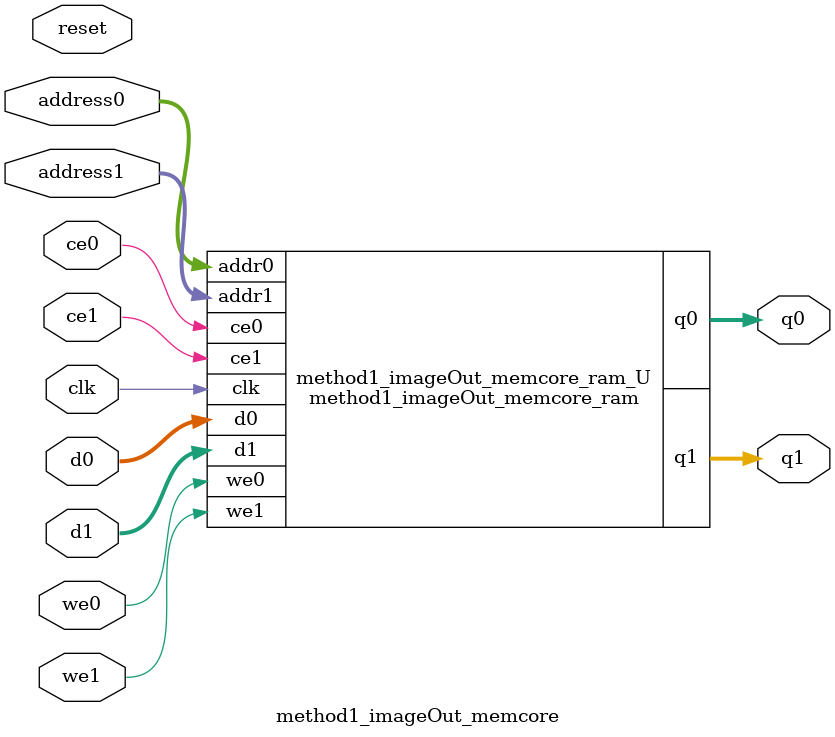
<source format=v>
`timescale 1 ns / 1 ps
module method1_imageOut_memcore_ram (addr0, ce0, d0, we0, q0, addr1, ce1, d1, we1, q1,  clk);

parameter DWIDTH = 8;
parameter AWIDTH = 16;
parameter MEM_SIZE = 46080;

input[AWIDTH-1:0] addr0;
input ce0;
input[DWIDTH-1:0] d0;
input we0;
output reg[DWIDTH-1:0] q0;
input[AWIDTH-1:0] addr1;
input ce1;
input[DWIDTH-1:0] d1;
input we1;
output reg[DWIDTH-1:0] q1;
input clk;

(* ram_style = "block" *)reg [DWIDTH-1:0] ram[0:MEM_SIZE-1];




always @(posedge clk)  
begin 
    if (ce0) begin
        if (we0) 
            ram[addr0] <= d0; 
        q0 <= ram[addr0];
    end
end


always @(posedge clk)  
begin 
    if (ce1) begin
        if (we1) 
            ram[addr1] <= d1; 
        q1 <= ram[addr1];
    end
end


endmodule

`timescale 1 ns / 1 ps
module method1_imageOut_memcore(
    reset,
    clk,
    address0,
    ce0,
    we0,
    d0,
    q0,
    address1,
    ce1,
    we1,
    d1,
    q1);

parameter DataWidth = 32'd8;
parameter AddressRange = 32'd46080;
parameter AddressWidth = 32'd16;
input reset;
input clk;
input[AddressWidth - 1:0] address0;
input ce0;
input we0;
input[DataWidth - 1:0] d0;
output[DataWidth - 1:0] q0;
input[AddressWidth - 1:0] address1;
input ce1;
input we1;
input[DataWidth - 1:0] d1;
output[DataWidth - 1:0] q1;



method1_imageOut_memcore_ram method1_imageOut_memcore_ram_U(
    .clk( clk ),
    .addr0( address0 ),
    .ce0( ce0 ),
    .we0( we0 ),
    .d0( d0 ),
    .q0( q0 ),
    .addr1( address1 ),
    .ce1( ce1 ),
    .we1( we1 ),
    .d1( d1 ),
    .q1( q1 ));

endmodule


</source>
